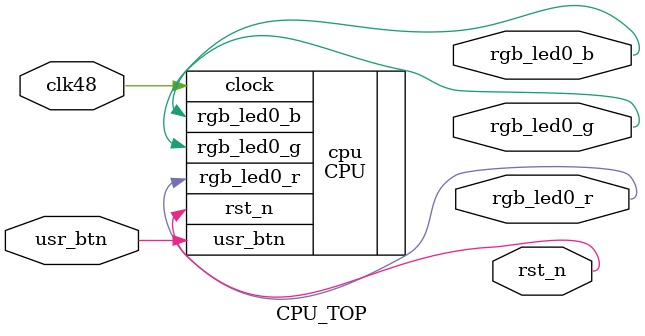
<source format=v>

module CPU_TOP (
    input   clk48,
    output  rst_n,
    input   usr_btn,
    output  rgb_led0_r,
    output  rgb_led0_g,
    output  rgb_led0_b
  );

  CPU cpu (
    .clock(clk48),
    .rst_n(rst_n),
    .usr_btn(usr_btn),
    .rgb_led0_r(rgb_led0_r),
    .rgb_led0_g(rgb_led0_g),
    .rgb_led0_b(rgb_led0_b)
  );

endmodule

</source>
